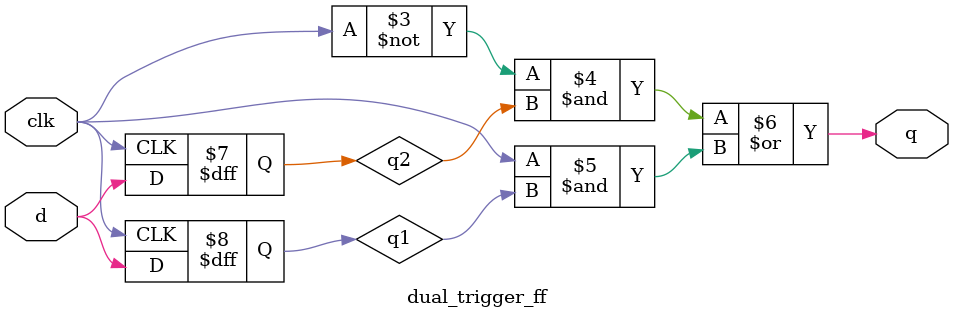
<source format=v>
module dual_trigger_ff(
    input clk,
    input d,
    output q
);
reg q1,q2;
    
    always @ (posedge clk) 
	begin
    	q1 <= d; 
    end
    
    always @ (negedge clk)
	begin
    	q2 <= d; 
    end
    
    assign q = ((~clk)&q2)| (clk&q1); 
endmodule

</source>
